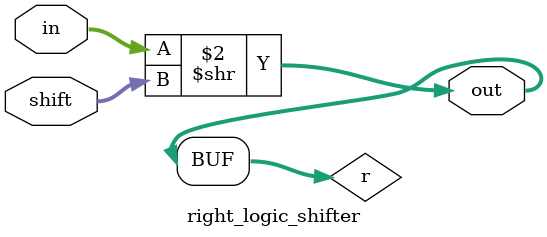
<source format=sv>
module right_logic_shifter

#(parameter W=3)
(
  input logic [W-1:0] in,
  input logic [W-1:0] shift,
  output logic [W-1:0] out
);

logic [W-1:0] r;

always_comb begin
  r = in >> shift;
end

assign out = r;

endmodule

</source>
